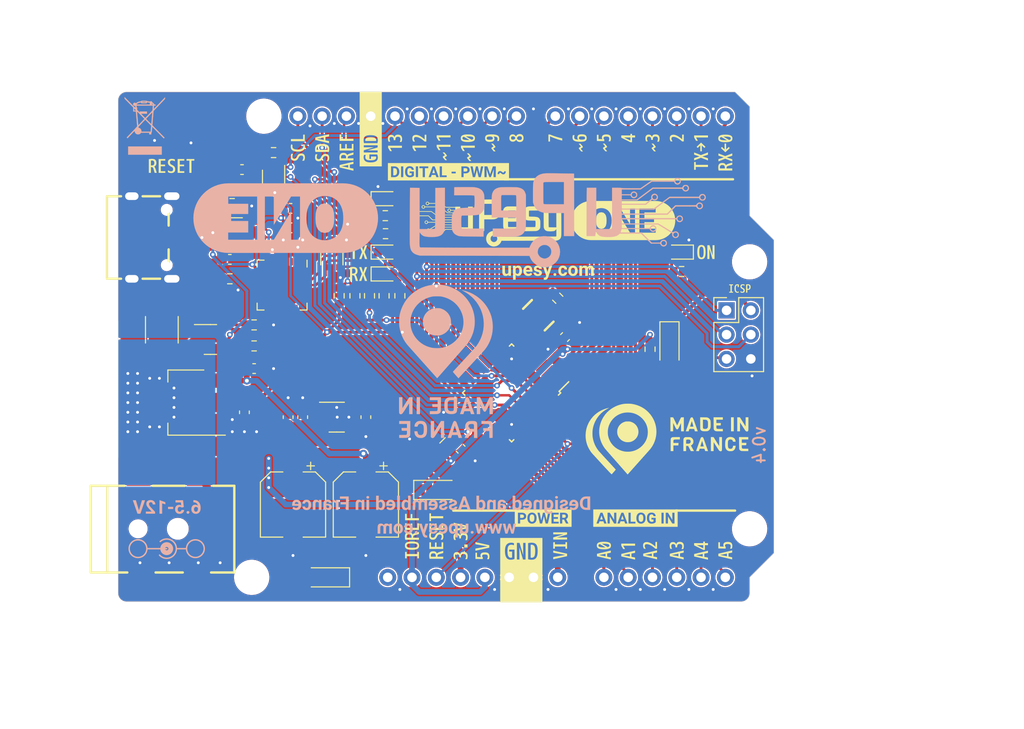
<source format=kicad_pcb>
(kicad_pcb (version 20221018) (generator pcbnew)
  (layers (0 "F.Cu" signal) (31 "B.Cu" signal) (34 "B.Paste" user) (35 "F.Paste" user) (36 "B.SilkS" user "B.Silkscreen") (37 "F.SilkS" user "F.Silkscreen") (38 "B.Mask" user) (39 "F.Mask" user) (44 "Edge.Cuts" user))
  (net 0 "")
  (net 1 "GND")
  (net 2 "VBUS")
  (net 3 "USB_D+")
  (net 4 "USB_D-")
  (net 5 "Net-(U7-AVCC)")
  (net 6 "Net-(CN1-VBUS-PadA4)")
  (net 7 "Net-(CN1-CC1)")
  (net 8 "IO2")
  (net 9 "IO0")
  (net 10 "IO4")
  (net 11 "IO5")
  (net 13 "Net-(CN1-CC2)")
  (net 15 "Net-(D2-A)")
  (net 16 "VIN")
  (net 17 "~{DTR}")
  (net 18 "~{CON RST}")
  (net 19 "AREF")
  (net 20 "Net-(D3-A)")
  (net 21 "VIN_EXT")
  (net 22 "Net-(D4-A)")
  (net 23 "IO1")
  (net 24 "Net-(D5-A)")
  (net 25 "Net-(D7-K)")
  (net 26 "+3V3")
  (net 27 "ADC_0")
  (net 28 "ADC_1")
  (net 29 "ADC_2")
  (net 30 "ADC_3")
  (net 31 "ADC_4{slash}SDA")
  (net 32 "ADC_5{slash}SCL")
  (net 33 "SCLK")
  (net 34 "MISO")
  (net 35 "MOSI")
  (net 36 "CS")
  (net 37 "IO9")
  (net 38 "IO8")
  (net 39 "IO7")
  (net 40 "IO6")
  (net 41 "IO3")
  (net 42 "USB_RX")
  (net 43 "Net-(D7-A)")
  (net 44 "USB_TX")
  (net 46 "Net-(Q1-G)")
  (net 47 "Net-(C11-Pad2)")
  (net 48 "Net-(R10-Pad1)")
  (net 49 "Net-(U7-XTAL2{slash}PB7)")
  (net 50 "Net-(U7-XTAL1{slash}PB6)")
  (net 61 "+5V")
  (net 66 "Net-(R4-Pad2)")
  (footprint "Resistor_SMD:R_0603_1608Metric" (layer "F.Cu") (at 105.924 100.196 -90)
    (fp_text reference "R11" hide)
    (fp_text value "2K")
  )
  (footprint "Capacitor_SMD:CP_Elec_6.3x5.4" (layer "F.Cu") (at 102.368 122.04 -90)
    (fp_text reference "C1" hide)
    (fp_text value "47u")
  )
  (footprint "Connector_PinSocket_2.54mm:PinSocket_1x08_P2.54mm_Vertical" (layer "F.Cu") (at 104.654 129.66 90)
    (fp_text reference "J2" hide)
    (fp_text value "POWER")
  )
  (footprint "Package_TO_SOT_SMD:SOT-23-5" (layer "F.Cu") (at 99.32 112.896)
    (fp_text reference "U4" hide)
    (fp_text value "ME6211C33M5G-N")
  )
  (footprint "upesy_ppl:DC-IN_DC050-T" (layer "F.Cu") (at 81.75 124.58)
    (fp_text reference "J1" hide)
    (fp_text value "Barrel_Jack_Switch")
  )
  (footprint "upesy_ppl:USB_C_C165948" (layer "F.Cu") (at 80.524 94.1 -90)
    (fp_text reference "CN1" hide)
    (fp_text value "USB_C_Receptacle_USB2.0")
  )
  (footprint "Package_TO_SOT_SMD:SOT-223-3_TabPin2" (layer "F.Cu") (at 83.572 111.372 180)
    (fp_text reference "U1" hide)
    (fp_text value "AMS1117-5.0")
  )
  (footprint "Capacitor_SMD:C_0603_1608Metric" (layer "F.Cu") (at 90.684 107.814)
    (fp_text reference "C2" hide)
    (fp_text value "100n")
  )
  (footprint "Capacitor_SMD:C_0603_1608Metric" (layer "F.Cu") (at 88.144 96.386 180)
    (fp_text reference "C4" hide)
    (fp_text value "100n")
  )
  (footprint "Capacitor_SMD:C_0603_1608Metric" (layer "F.Cu") (at 94.238 112.896 -90)
    (fp_text reference "C8" hide)
    (fp_text value "10u")
  )
  (footprint "Capacitor_SMD:C_0603_1608Metric" (layer "F.Cu") (at 99.828 89.02 180)
    (fp_text reference "C12" hide)
    (fp_text value "100n")
  )
  (footprint "Diode_SMD:D_SOD-123" (layer "F.Cu") (at 98.304 129.66 180)
    (fp_text reference "D2" hide)
    (fp_text value "MBR120LSF")
  )
  (footprint "LED_SMD:LED_0603_1608Metric" (layer "F.Cu") (at 135.134 95.624 180)
    (fp_text reference "D3" hide)
    (fp_text value "GREEN_LED")
  )
  (footprint "LED_SMD:LED_0603_1608Metric" (layer "F.Cu") (at 104.4 90.036)
    (fp_text reference "D4" hide)
    (fp_text value "YELLOW_LED")
  )
  (footprint "LED_SMD:LED_0603_1608Metric" (layer "F.Cu") (at 104.4 97.91)
    (fp_text reference "D7" hide)
    (fp_text value "YELLOW_LED")
  )
  (footprint "Resistor_SMD:R_1812_4532Metric" (layer "F.Cu") (at 81.032 103.752 -90)
    (fp_text reference "F1" hide)
    (fp_text value "MF-MSMF050-2")
  )
  (footprint "Resistor_SMD:R_0603_1608Metric" (layer "F.Cu") (at 88.381258 90.544)
    (fp_text reference "R1" hide)
    (fp_text value "5K1")
  )
  (footprint "Resistor_SMD:R_0603_1608Metric" (layer "F.Cu") (at 90.684 105.4425 180)
    (fp_text reference "R6" hide)
    (fp_text value "2K")
  )
  (footprint "Resistor_SMD:R_0603_1608Metric" (layer "F.Cu") (at 90.684 103.244 180)
    (fp_text reference "R8" hide)
    (fp_text value "10K")
  )
  (footprint "upesy_ppl:KEY-SMD_4P-L4.5-W4.5-P3.00-LS6.9" (layer "F.Cu") (at 82.048 82.416 180)
    (fp_text reference "SW1" hide)
    (fp_text value "SW_Push" hide)
  )
  (footprint "Package_QFP:TQFP-32_7x7mm_P0.8mm" (layer "F.Cu") (at 117.608 110.356 -135)
    (fp_text reference "U7" hide)
    (fp_text value "ATmega328PB-A")
  )
  (footprint "LED_SMD:LED_0603_1608Metric" (layer "F.Cu") (at 104.4 95.624)
    (fp_text reference "D5" hide)
    (fp_text value "YELLOW_LED")
  )
  (footprint "Diode_SMD:D_SOD-123" (layer "F.Cu") (at 109.734 120.516)
    (fp_text reference "D1" hide)
    (fp_text value "MBR120LSF")
  )
  (footprint "Capacitor_SMD:C_0603_1608Metric" (layer "F.Cu") (at 89.666 112.388 -90)
    (fp_text reference "C3" hide)
    (fp_text value "100n")
  )
  (footprint "kibuzzard-63D7D22A" (layer "F.Cu") (at 122.18 83.686 90)
    (fp_text reference "kibuzzard-63D7D22A" hide)
    (fp_text value "G***" hide)
  )
  (footprint "kibuzzard-63D7DF6C" (layer "F.Cu") (at 137.928 95.624)
    (fp_text reference "kibuzzard-63D7DF6C" hide)
    (fp_text value "G***" hide)
  )
  (footprint "Capacitor_SMD:C_0603_1608Metric" (layer "F.Cu") (at 95.762 112.896 90)
    (fp_text reference "C9" hide)
    (fp_text value "100n")
  )
  (footprint "Package_TO_SOT_SMD:SOT-363_SC-70-6" (layer "F.Cu") (at 92.716 87.75 -90)
    (fp_text reference "U3" hide)
    (fp_text value "74LVC2G34")
  )
  (footprint "MountingHole:MountingHole_3.2mm_M3_DIN965" (layer "F.Cu") (at 90.43 129.66)
    (fp_text reference "H4" hide)
    (fp_text value "MountingHole" hide)
  )
  (footprint "Resistor_SMD:R_0603_1608Metric" (layer "F.Cu") (at 102.749 100.196 -90)
    (fp_text reference "R13" hide)
    (fp_text value "1K")
  )
  (footprint "kibuzzard-63D7D238" (layer "F.Cu") (at 129.8 83.686 90)
    (fp_text reference "kibuzzard-63D7D238" hide)
    (fp_text value "G***" hide)
  )
  (footprint "Capacitor_SMD:C_0603_1608Metric" (layer "F.Cu") (at 123.196 104.514 -135)
    (fp_text reference "C14" hide)
    (fp_text value "100n")
  )
  (footprint "kibuzzard-63D7D84E" (layer "F.Cu") (at 113.036 84.702 90)
    (fp_text reference "kibuzzard-63D7D84E" hide)
    (fp_text value "G***" hide)
  )
  (footprint "kibuzzard-642FC77B" (layer "F.Cu") (at 129.292 92.322)
    (fp_text reference "kibuzzard-642FC77B" hide)
    (fp_text value "G***" hide)
  )
  (footprint "kibuzzard-63D7D183" (layer "F.Cu") (at 139.96 85.21 90)
    (fp_text reference "kibuzzard-63D7D183" hide)
    (fp_text value "G***" hide)
  )
  (footprint "kibuzzard-63D7D0D3" (layer "F.Cu") (at 127.26 126.866 90)
    (fp_text reference "kibuzzard-63D7D0D3" hide)
    (fp_text value "G***" hide)
  )
  (footprint "Resistor_SMD:R_0603_1608Metric" (layer "F.Cu") (at 135.388 97.656)
    (fp_text reference "R3" hide)
    (fp_text value "2K")
  )
  (footprint "kibuzzard-63D7D04D" (layer "F.Cu") (at 112.274 125.85 90)
    (fp_text reference "kibuzzard-63D7D04D" hide)
    (fp_text value "G***" hide)
  )
  (footprint "kibuzzard-63D7D845" (layer "F.Cu") (at 110.496 84.702 90)
    (fp_text reference "kibuzzard-63D7D845" hide)
    (fp_text value "G***" hide)
  )
  (footprint "kibuzzard-63D7D1B7" (layer "F.Cu") (at 137.42 85.21 90)
    (fp_text reference "kibuzzard-63D7D1B7" hide)
    (fp_text value "G***" hide)
  )
  (footprint "Connector_PinHeader_2.54mm:PinHeader_2x03_P2.54mm_Vertical" (layer "F.Cu") (at 140.087 101.72)
    (fp_text reference "J6" hide)
    (fp_text value "ISCP")
  )
  (footprint "MountingHole:MountingHole_3.2mm_M3_DIN965" (layer "F.Cu") (at 142.5 124.58)
    (fp_text reference "H3" hide)
    (fp_text value "MountingHole" hide)
  )
  (footprint "kibuzzard-63D7D81F" (layer "F.Cu") (at 111.004 87.2166)
    (fp_text reference "kibuzzard-63D7D81F" hide)
    (fp_text value "G***" hide)
  )
  (footprint "kibuzzard-63D7D01F" (layer "F.Cu") (at 109.734 125.342 90)
    (fp_text reference "kibuzzard-63D7D01F" hide)
    (fp_text value "G***" hide)
  )
  (footprint "kibuzzard-63D7D00B" (layer "F.Cu") (at 107.194 125.342 90)
    (fp_text reference "kibuzzard-63D7D00B" hide)
    (fp_text value "G***" hide)
  )
  (footprint "kibuzzard-63D7D2CB" (layer "F.Cu") (at 127.26 84.194 90)
    (fp_text reference "kibuzzard-63D7D2CB" hide)
    (fp_text value "G***" hide)
  )
  (footprint "Connector_PinSocket_2.54mm:PinSocket_1x08_P2.54mm_Vertical" (layer "F.Cu") (at 122.18 81.4 90)
    (fp_text reference "J5" hide)
    (fp_text value "DIGITAL_0")
  )
  (footprint "Resistor_SMD:R_0603_1608Metric" (layer "F.Cu") (at 99.574 100.196 -90)
    (fp_text reference "R10" hide)
    (fp_text value "1M")
  )
  (footprint "kibuzzard-6464A8D9" (layer "F.Cu") (at 141.484 99.434)
    (fp_text reference "kibuzzard-6464A8D9" hide)
    (fp_text value "G***" hide)
  )
  (footprint "kibuzzard-63D7D2D1" (layer "F.Cu") (at 124.72 84.194 90)
    (fp_text reference "kibuzzard-63D7D2D1" hide)
    (fp_text value "G***" hide)
  )
  (footprint "kibuzzard-63D7D0F8" (layer "F.Cu") (at 137.42 126.866 90)
    (fp_text reference "kibuzzard-63D7D0F8" hide)
    (fp_text value "G***" hide)
  )
  (footprint "kibuzzard-63D7DCFF" (layer "F.Cu") (at 101.606 95.624)
    (fp_text reference "kibuzzard-63D7DCFF" hide)
    (fp_text value "G***" hide)
  )
  (footprint "kibuzzard-63D7D69A" (layer "F.Cu") (at 120.91 123.4624)
    (fp_text reference "kibuzzard-63D7D69A" hide)
    (fp_text value "G***" hide)
  )
  (footprint "Capacitor_SMD:C_0603_1608Metric" (layer "F.Cu") (at 102.368 112.896 90)
    (fp_text reference "C10" hide)
    (fp_text value "10u")
  )
  (footprint "Connector_PinSocket_2.54mm:PinSocket_1x06_P2.54mm_Vertical" (layer "F.Cu") (at 127.26 129.66 90)
    (fp_text reference "J3" hide)
    (fp_text value "ANALOG")
  )
  (footprint "kibuzzard-63DA85A6" (layer "F.Cu") (at 129.8 126.9676 90)
    (fp_text reference "kibuzzard-63DA85A6" hide)
    (fp_text value "G***" hide)
  )
  (footprint "Package_TO_SOT_SMD:SOT-23-6" (layer "F.Cu") (at 88.652 93.592 180)
    (fp_text reference "U2" hide)
    (fp_text value "USBLC6-2SC6")
  )
  (footprint "kibuzzard-63D7D3C4" (layer "F.Cu") (at 97.796 84.702 90)
    (fp_text reference "kibuzzard-63D7D3C4" hide)
    (fp_text value "G***" hide)
  )
  (footprint "kibuzzard-63D7DFCE" (layer "F.Cu") (at 121.418 97.783)
    (fp_text reference "kibuzzard-63D7DFCE" hide)
    (fp_text value "G***" hide)
  )
  (footprint "Resistor_SMD:R_0603_1608Metric" (layer "F.Cu") (at 104.4 91.814 180)
    (fp_text reference "R4" hide)
    (fp_text value "2K")
  )
  (footprint "Package_TO_SOT_SMD:SOT-363_SC-70-6" (layer "F.Cu") (at 98.812 96.259 -90)
    (fp_text reference "U6" hide)
    (fp_text value "74LVC2G34")
  )
  (footprint "Resistor_SMD:R_0603_1608Metric" (layer "F.Cu") (at 101.225 100.196 -90)
    (fp_text reference "R12" hide)
    (fp_text value "1K")
  )
  (footprint "kibuzzard-63D7D772" (layer "F.Cu") (at 130.562 123.4624)
    (fp_text reference "kibuzzard-63D7D772" hide)
    (fp_text value "G***" hide)
  )
  (footprint "Diode_SMD:D_SOD-123" (layer "F.Cu") (at 134.118 105.276 -90)
    (fp_text reference "D6" hide)
    (fp_text value "1N4148W")
  )
  (footprint "Resistor_SMD:R_0603_1608Metric" (layer "F.Cu") (at 88.144 98.418)
    (fp_text reference "R2" hide)
    (fp_text value "5K1")
  )
  (footprint "upesy_ppl:logo_small" (layer "F.Cu") (at 114.870336 91.955254)
    (fp_text reference "G***" hide)
    (fp_text value "LOGO" hide)
  )
  (footprint "Capacitor_SMD:C_0603_1608Metric" (layer "F.Cu") (at 112.274 116.198 -45)
    (fp_text reference "C13" hide)
    (fp_text value "100n")
  )
  (footprint "upesy_ppl:OSC-SMD_3P-L3.2-W1.3-P0.95-L" (layer "F.Cu") (at 120.402 102.228 -45)
    (fp_text reference "Y1" hide)
    (fp_text value "CSTCE16M0V53-R0")
  )
  (footprint "kibuzzard-63D7DD21" (layer "F.Cu") (at 101.606 97.91)
    (fp_text reference "kibuzzard-63D7DD21" hide)
    (fp_text value "G***" hide)
  )
  (footprint "Capacitor_SMD:C_0603_1608Metric" (layer "F.Cu") (at 94.494 93.084 180)
    (fp_text reference "C6" hide)
    (fp_text value "100n")
  )
  (footprint "kibuzzard-643009C9" (layer "F.Cu") (at 118.624 128.91)
    (fp_text reference "kibuzzard-643009C9" hide)
    (fp_text value "G***" hide)
  )
  (footprint "kibuzzard-63D7DA83" (layer "F.Cu") (at 102.114 90.036)
    (fp_text reference "kibuzzard-63D7DA83" hide)
    (fp_text value "G***" hide)
  )
  (footprint "kibuzzard-63D7D0E6" (layer "F.Cu") (at 132.086 126.866 90)
    (fp_text reference "kibuzzard-63D7D0E6" hide)
    (fp_text value "G***" hide)
  )
  (footprint "Connector_PinSocket_2.54mm:PinSocket_1x10_P2.54mm_Vertical" (layer "F.Cu") (at 95.256 81.4 90)
    (fp_text reference "J4" hide)
    (fp_text value "DIGITAL_1")
  )
  (footprint "Capacitor_SMD:C_0603_1608Metric" (layer "F.Cu") (at 94.494 91.052)
    (fp_text reference "C7" hide)
    (fp_text value "10u")
  )
  (footprint "kibuzzard-63D7D324" (layer "F.Cu") (at 107.956 84.194 90)
    (fp_text reference "kibuzzard-63D7D324" hide)
    (fp_text value "G***" hide)
  )
  (footprint "kibuzzard-63D7D3AA" (layer "F.Cu") (at 100.336 85.21 90)
    (fp_text reference "kibuzzard-63D7D3AA" hide)
    (fp_text value "G***" hide)
  )
  (footprint "Resistor_SMD:R_0603_1608Metric" (layer "F.Cu") (at 104.425 93.698)
    (fp_text reference "R16" hide)
    (fp_text value "1M")
  )
  (footprint "Resistor_SMD:R_0603_1608Metric" (layer "F.Cu") (at 122.434 100.45 -45)
    (fp_text reference "R14" hide)
    (fp_text value "1M")
  )
  (footprint "kibuzzard-63D7D1D2" (layer "F.Cu") (at 134.88 83.686 90)
    (fp_text reference "kibuzzard-63D7D1D2" hide)
    (fp_text value "G***" hide)
  )
  (footprint "Resistor_SMD:R_0603_1608Metric" (layer "F.Cu") (at 104.273 100.196 -90)
    (fp_text reference "R7" hide)
    (fp_text value "2K")
  )
  (footprint "kibuzzard-63D7D199" (layer "F.Cu") (at 139.96 126.866 90)
    (fp_text reference "kibuzzard-63D7D199" hide)
    (fp_text value "G***" hide)
  )
  (footprint "upesy_ppl:logo_mif_line_medium" (layer "F.Cu") (at 133.864 115.182)
    (fp_text reference "G***" hide)
    (fp_text value "LOGO" hide)
  )
  (footprint "kibuzzard-63D7D852" (layer "F.Cu") (at 115.576 84.194 90)
    (fp_text reference "kibuzzard-63D7D852" hide)
    (fp_text value "G***" hide)
  )
  (footprint "kibuzzard-63D7D2F8" (layer "F.Cu") (at 118.116 83.686 90)
    (fp_text reference "kibuzzard-63D7D2F8" hide)
    (fp_text value "G***" hide)
  )
  (footprint "Inductor_SMD:L_0805_2012Metric" (layer "F.Cu") (at 109.988 114.928 -135)
    (fp_text reference "L1" hide)
    (fp_text value "CMI201209X100KT")
  )
  (footprint "kibuzzard-63D7D060" (layer "F.Cu") (at 114.56 126.866 90)
    (fp_text reference "kibuzzard-63D7D060" hide)
    (fp_text value "G***" hide)
  )
  (footprint "MountingHole:MountingHole_3.2mm_M3_DIN965" (layer "F.Cu") (at 142.5 96.64)
    (fp_text reference "H2" hide)
    (fp_text value "MountingHole" hide)
  )
  (footprint "kibuzzard-63D7D2C3" (layer "F.Cu") (at 132.34 84.194 90)
    (fp_text reference "kibuzzard-63D7D2C3" hide)
    (fp_text value "G***" hide)
  )
  (footprint "Capacitor_SMD:CP_Elec_6.3x5.4" (layer "F.Cu") (at 94.748 122.04 -90)
    (fp_text reference "C5" hide)
    (fp_text value "47u")
  )
  (footprint "kibuzzard-63D7D0F3" (layer "F.Cu") (at 134.88 126.866 90)
    (fp_text reference "kibuzzard-63D7D0F3" hide)
    (fp_text value "G***" hide)
  )
  (footprint "kibuzzard-63D7D32A" (layer "F.Cu") (at 105.416 84.194 90)
    (fp_text reference "kibuzzard-63D7D32A" hide)
    (fp_text value "G***" hide)
  )
  (footprint "kibuzzard-63DA865D" (layer "F.Cu") (at 82.048 86.607)
    (fp_text reference "kibuzzard-63DA865D" hide)
    (fp_text value "G***" hide)
  )
  (footprint "upesy_ppl:CP2102-GMR" (layer "F.Cu") (at 93.605 99.076 -90)
    (fp_text reference "U5" hide)
    (fp_text value "CP2102-GMR")
  )
  (footprint "MountingHole:MountingHole_3.2mm_M3_DIN965" (layer "F.Cu") (at 91.7 81.4)
    (fp_text reference "H1" hide)
    (fp_text value "MountingHole" hide)
  )
  (footprint "Capacitor_SMD:C_0603_1608Metric" (layer "F.Cu") (at 89.414 86.988)
    (fp_text reference "C11" hide)
    (fp_text value "100n")
  )
  (footprint "kibuzzard-63D7D3CA" (layer "F.Cu") (at 95.256 84.702 90)
    (fp_text reference "kibuzzard-63D7D3CA" hide)
    (fp_text value "G***" hide)
  )
  (footprint "kibuzzard-63D7D0BF" (layer "F.Cu") (at 122.688 126.358 90)
    (fp_text reference "kibuzzard-63D7D0BF" hide)
    (fp_text value "G***" hide)
  )
  (footprint "Resistor_SMD:R_0603_1608Metric" (layer "F.Cu") (at 92.716 85.21)
    (fp_text reference "R5" hide)
    (fp_text value "1K")
  )
  (footprint "Resistor_SMD:R_0603_1608Metric" (layer "F.Cu") (at 132.086 105.784 90)
    (fp_text reference "R9" hide)
    (fp_text value "10K")
  )
  (footprint "kibuzzard-64300AB8" (layer "F.Cu") (at 102.876 82.7462 90)
    (fp_text reference "kibuzzard-64300AB8" hide)
    (fp_text value "G***" hide)
  )
  (footprint "Package_TO_SOT_SMD:SOT-23" (layer "F.Cu") (at 86.112 104.768)
    (fp_text reference "Q1" hide)
    (fp_text value "Q_PMOS_DSG")
  )
  (footprint "upesy_ppl:logo_medium" (layer "B.Cu") (at 122.82933 91.052 180)
    (fp_text reference "G***" hide)
    (fp_text value "LOGO" hide)
  )
  (footprint "Symbol:Symbol_Barrel_Polarity" (layer "B.Cu") (at 81.54 126.583 180)
    (fp_text reference "REF**" hide)
    (fp_text value "Symbol_Barrel_Polarity")
  )
  (footprint "kibuzzard-642FC531" (layer "B.Cu") (at 110.242 123.31 180)
    (fp_text reference "kibuzzard-642FC531" hide)
    (fp_text value "G***" hide)
  )
  (footprint "Symbol:WEEE-Logo_4.2x6mm_SilkScreen" (layer "B.Cu") (at 79.254 82.416 180)
    (fp_text reference "REF**" hide)
    (fp_text value "WEEE-Logo_4.2x6mm_SilkScreen" hide)
  )
  (footprint "kibuzzard-6411EABE" (layer "B.Cu") (at 81.54 122.294 180)
    (fp_text reference "kibuzzard-6411EABE" hide)
    (fp_text value "G***" hide)
  )
  (footprint "upesy_ppl:logo_mif_block_large" (layer "B.Cu") (at 110.75 107.054 180)
    (fp_text reference "G***" hide)
    (fp_text value "LOGO" hide)
  )
  (footprint "kibuzzard-642FC67E" (layer "B.Cu") (at 93.986 92.068 180)
    (fp_text reference "kibuzzard-642FC67E" hide)
    (fp_text value "G***" hide)
  )
  (gr_line (start 140.7601 88.004) (end 116.846 88.004) (stroke (width 0.25)) (layer "F.SilkS"))
  (gr_line (start 140.976 122.675) (end 134.8038 122.675) (stroke (width 0.25)) (layer "F.SilkS"))
  (gr_line (start 118.116 122.675) (end 111.512 122.675) (stroke (width 0.25)) (layer "F.SilkS"))
  (gr_line (start 77.349 132.2) (end 141.611 132.2) (stroke (width 0.0381)) (layer "Edge.Cuts"))
  (gr_arc (start 142.5 131.311) (mid 142.239618 131.939618) (end 141.611 132.2) (stroke (width 0.0381)) (layer "Edge.Cuts"))
  (gr_line (start 140.976 78.86) (end 142.5 80.384) (stroke (width 0.0381)) (layer "Edge.Cuts"))
  (gr_arc (start 77.349 132.2) (mid 76.720382 131.939618) (end 76.46 131.311) (stroke (width 0.0381)) (layer "Edge.Cuts"))
  (gr_line (start 76.46 131.311) (end 76.46 79.749) (stroke (width 0.0381)) (layer "Edge.Cuts"))
  (gr_line (start 142.5 91.814) (end 145.04 94.354) (stroke (width 0.0381)) (layer "Edge.Cuts"))
  (gr_line (start 142.5 129.66) (end 142.5 131.311) (stroke (width 0.0381)) (layer "Edge.Cuts"))
  (gr_line (start 77.349 78.86) (end 140.976 78.86) (stroke (width 0.0381)) (layer "Edge.Cuts"))
  (gr_line (start 142.5 80.384) (end 142.5 91.814) (stroke (width 0.0381)) (layer "Edge.Cuts"))
  (gr_line (start 142.5 129.66) (end 145.04 127.12) (stroke (width 0.0381)) (layer "Edge.Cuts"))
  (gr_line (start 145.04 127.12) (end 145.04 94.354) (stroke (width 0.0381)) (layer "Edge.Cuts"))
  (gr_arc (start 76.46 79.749) (mid 76.720382 79.120382) (end 77.349 78.86) (stroke (width 0.0381)) (layer "Edge.Cuts"))
  (gr_text "v0.4" (at 143.516 115.817 90) (layer "B.SilkS") (effects (font (size 1.25 1.25) (thickness 0.2)) (justify mirror)))
  (segment (start 94.113 96.268987) (end 94.105 96.276987) (width 0.25) (layer "F.Cu") (net 1))
  (segment (start 94.105 96.276987) (end 94.105 97.775) (width 0.25) (layer "F.Cu") (net 1))
  (segment (start 94.105 97.775) (end 94.748 98.418) (width 0.25) (layer "F.Cu") (net 1))
  (segment (start 78.71 130.33) (end 84.54 130.33) (width 0.6) (layer "F.Cu") (net 1))
  (segment (start 84.54 130.33) (end 84.57 130.3) (width 0.6) (layer "F.Cu") (net 1))
  (via (at 105.924 130.93) (size 0.6) (drill 0.3) (layers "F.Cu" "B.Cu") (net 1))
  (via (at 136.15 130.93) (size 0.6) (drill 0.3) (layers "F.Cu" "B.Cu") (net 1))
  (via (at 93.732 94.354) (size 0.6) (drill 0.3) (layers "F.Cu" "B.Cu") (net 1))
  (via (at 119.894 80.638) (size 0.6) (drill 0.3) (layers "F.Cu" "B.Cu") (net 1))
  (via (at 101.606 82.162) (size 0.6) (drill 0.3) (layers "F.Cu" "B.Cu") (net 1))
  (via (at 99.3708 112.896) (size 0.6) (drill 0.3) (layers "F.Cu" "B.Cu") (net 1))
  (via (at 85.223 94.1) (size 0.6) (drill 0.3) (layers "F.Cu" "B.Cu") (net 1))
  (via (at 142.754 108.578) (size 0.6) (drill 0.3) (layers "F.Cu" "B.Cu") (net 1))
  (via (at 94.24 110.864) (size 0.6) (drill 0.3) (layers "F.Cu" "B.Cu") (net 1))
  (via (at 95.764 110.864) (size 0.6) (drill 0.3) (layers "F.Cu" "B.Cu") (net 1))
  (via (at 84.842 128.136) (size 0.6) (drill 0.3) (layers "F.Cu" "B.Cu") (net 1))
  (via (at 113.798 117.468) (size 0.6) (drill 0.3) (layers "F.Cu" "B.Cu") (net 1))
  (via (at 116.846 80.638) (size 0.6) (drill 0.3) (layers "F.Cu" "B.Cu") (net 1))
  (via (at 128.53 80.638) (size 0.6) (drill 0.3) (layers "F.Cu" "B.Cu") (net 1))
  (via (at 87.128 128.136) (size 0.6) (drill 0.3) (layers "F.Cu" "B.Cu") (net 1))
  (via (at 115.83 130.93) (size 0.6) (drill 0.3) (layers "F.Cu" "B.Cu") (net 1))
  (via (at 103.638 88.766) (size 0.6) (drill 0.3) (layers "F.Cu" "B.Cu") (net 1))
  (via (at 99.701 98.291) (size 0.6) (drill 0.3) (layers "F.Cu" "B.Cu") (net 1))
  (via (at 88.398 114.42) (size 0.6) (drill 0.3) (layers "F.Cu" "B.Cu") (net 1))
  (via (at 117.608 113.658) (size 0.6) (drill 0.3) (layers "F.Cu" "B.Cu") (net 1))
  (via (at 95.256 92.068) (size 0.6) (drill 0.3) (layers "F.Cu" "B.Cu") (net 1))
  (via (at 95.256 95.116) (size 0.6) (drill 0.3) (layers "F.Cu" "B.Cu") (net 1))
  (via (at 121.418 105.784) (size 0.6) (drill 0.3) (layers "F.Cu" "B.Cu") (net 1))
  (via (at 96.526 82.416) (size 0.6) (drill 0.3) (layers "F.Cu" "B.Cu") (net 1))
  (via (at 80.27 83.94) (size 0.6) (drill 0.3) (layers "F.Cu" "B.Cu") (net 1))
  (via (at 117.608 106.8) (size 0.6) (drill 0.3) (layers "F.Cu" "B.Cu") (net 1))
  (via (at 90.938 114.42) (size 0.6) (drill 0.3) (layers "F.Cu" "B.Cu") (net 1))
  (via (at 125.99 80.638) (size 0.6) (drill 0.3) (layers "F.Cu" "B.Cu") (net 1))
  (via (at 106.178 104.006) (size 0.6) (drill 0.3) (layers "F.Cu" "B.Cu") (net 1))
  (via (at 102.368 127.374) (size 0.6) (drill 0.3) (layers "F.Cu" "B.Cu") (net 1))
  (via (at 128.53 130.93) (size 0.6) (drill 0.3) (layers "F.Cu" "B.Cu") (net 1))
  (via (at 124.72 102.99) (size 0.6) (drill 0.3) (layers "F.Cu" "B.Cu") (net 1))
  (via (at 138.69 80.638) (size 0.6) (drill 0.3) (layers "F.Cu" "B.Cu") (net 1))
  (via (at 138.69 130.93) (size 0.6) (drill 0.3) (layers "F.Cu" "B.Cu") (net 1))
  (via (at 78.746 128.136) (size 0.6) (drill 0.3) (layers "F.Cu" "B.Cu") (net 1))
  (via (at 136.15 94.354) (size 0.6) (drill 0.3) (layers "F.Cu" "B.Cu") (net 1))
  (via (at 136.15 80.638) (size 0.6) (drill 0.3) (layers "F.Cu" "B.Cu") (net 1))
  (via (at 90.43 90.798) (size 0.6) (drill 0.3) (layers "F.Cu" "B.Cu") (net 1))
  (via (at 84.08 84.194) (size 0.6) (drill 0.3) (layers "F.Cu" "B.Cu") (net 1))
  (via (at 123.5516 80.638) (size 0.6) (drill 0.3) (layers "F.Cu" "B.Cu") (net 1))
  (via (at 111.766 80.638) (size 0.6) (drill 0.3) (layers "F.Cu" "B.Cu") (net 1))
  (via (at 109.226 80.638) (size 0.6) (drill 0.3) (layers "F.Cu" "B.Cu") (net 1))
  (via (at 131.07 80.638) (size 0.6) (drill 0.3) (layers "F.Cu" "B.Cu") (net 1))
  (via (at 88.398 113.15) (size 0.6) (drill 0.3) (layers "F.Cu" "B.Cu") (net 1))
  (via (at 100.59 112.896) (size 0.6) (drill 0.3) (layers "F.Cu" "B.Cu") (net 1))
  (via (at 94.748 127.374) (size 0.6) (drill 0.3) (layers "F.Cu" "B.Cu") (net 1))
  (via (at 92.716 103.244) (size 0.6) (drill 0.3) (layers "F.Cu" "B.Cu") (net 1))
  (via (at 89.668 114.42) (size 0.6) (drill 0.3) (layers "F.Cu" "B.Cu") (net 1))
  (via (at 104.146 82.162) (size 0.6) (drill 0.3) (layers "F.Cu" "B.Cu") (net 1))
  (via (at 106.686 80.638) (size 0.6) (drill 0.3) (layers "F.Cu" "B.Cu") (net 1))
  (via (at 110.496 112.388) (size 0.6) (drill 0.3) (layers "F.Cu" "B.Cu") (net 1))
  (via (at 106.94 115.182) (size 0.6) (drill 0.3) (layers "F.Cu" "B.Cu") (net 1))
  (via (at 131.07 130.93) (size 0.6) (drill 0.3) (layers "F.Cu" "B.Cu") (net 1))
  (via (at 99.32 111.88) (size 0.6) (drill 0.3) (layers "F.Cu" "B.Cu") (net 1))
  (via (at 89.004231 99.589769) (size 0.6) (drill 0.3) (layers "F.Cu" "B.Cu") (net 1))
  (via (at 121.418 130.93) (size 0.6) (drill 0.3) (layers "F.Cu" "B.Cu") (net 1))
  (via (at 102.368 114.928) (size 0.6) (drill 0.3) (layers "F.Cu" "B.Cu") (net 1))
  (via (at 133.61 130.93) (size 0.6) (drill 0.3) (layers "F.Cu" "B.Cu") (net 1))
  (via (at 133.61 80.638) (size 0.6) (drill 0.3) (layers "F.Cu" "B.Cu") (net 1))
  (via (at 92.716 107.816) (size 0.6) (drill 0.3) (layers "F.Cu" "B.Cu") (net 1))
  (via (at 99.066 82.162) (size 0.6) (drill 0.3) (layers "F.Cu" "B.Cu") (net 1))
  (via (at 81.794 128.136) (size 0.6) (drill 0.3) (layers "F.Cu" "B.Cu") (net 1))
  (via (at 114.306 80.638) (size 0.6) (drill 0.3) (layers "F.Cu" "B.Cu") (net 1))
  (segment (start 88.144 104.26) (end 88.144 104.514) (width 0.3) (layer "F.Cu") (net 2))
  (segment (start 87.5145 93.592) (end 86.366 93.592) (width 0.3) (layer "F.Cu") (net 2))
  (segment (start 87.89 104.768) (end 87.0495 104.768) (width 0.3) (layer "F.Cu") (net 2))
  (segment (start 83.2125 105.8895) (end 84.334 104.768) (width 0.6) (layer "F.Cu") (net 2))
  (segment (start 93.719 91.827) (end 93.719 91.052) (width 0.3) (layer "F.Cu") (net 2))
  (segment (start 93.491 92.055) (end 93.719 91.827) (width 0.3) (layer "F.Cu") (net 2))
  (segment (start 92.091 96.64) (end 92.105 96.626) (width 0.3) (layer "F.Cu") (net 2))
  (segment (start 88.144 104.514) (end 87.89 104.768) (width 0.3) (layer "F.Cu") (net 2))
  (segment (start 86.366 95.878) (end 86.874 96.386) (width 0.3) (layer "F.Cu") (net 2))
  (segment (start 93.491 92.055) (end 93.719 92.283) (width 0.3) (layer "F.Cu") (net 2))
  (segment (start 90.775 96.64) (end 92.091 96.64) (width 0.3) (layer "F.Cu") (net 2))
  (segment (start 93.719 92.283) (end 93.719 92.83) (width 0.3) (layer "F.Cu") (net 2))
  (segment (start 81.032 105.8895) (end 83.2125 105.8895) (width 0.6) (layer "F.Cu") (net 2))
  (segment (start 90.497 96.918) (end 90.775 96.64) (width 0.3) (layer "F.Cu") (net 2))
  (segment (start 86.874 96.386) (end 87.369 96.386) (width 0.3) (layer "F.Cu") (net 2))
  (segment (start 84.334 104.768) (end 87.0495 104.768) (width 0.6) (layer "F.Cu") (net 2))
  (segment (start 90.497 96.918) (end 91.155 97.576) (width 0.3) (layer "F.Cu") (net 2))
  (via (at 93.491 92.055) (size 0.6) (drill 0.3) (layers "F.Cu" "B.Cu") (net 2))
  (via (at 90.497 96.918) (size 0.6) (drill 0.3) (layers "F.Cu" "B.Cu") (net 2))
  (via (at 86.366 93.592) (size 0.6) (drill 0.3) (layers "F.Cu" "B.Cu") (net 2))
  (via (at 88.144 104.26) (size 0.6) (drill 0.3) (layers "F.Cu" "B.Cu") (net 2))
  (via (at 86.366 95.878) (size 0.6) (drill 0.3) (layers "F.Cu" "B.Cu") (net 2))
  (segment (start 87.636 96.894) (end 87.382 97.148) (width 0.3) (layer "B.Cu") (net 2))
  (segment (start 89.922 102.482) (end 89.922 99.688) (width 0.3) (layer "B.Cu") (net 2))
  (segment (start 90.938 93.084) (end 90.938 96.477) (width 0.3) (layer "B.Cu") (net 2))
  (segment (start 93.491 92.055) (end 91.967 92.055) (width 0.3) (layer "B.Cu") (net 2))
  (segment (start 86.366 95.878) (end 86.366 93.592) (width 0.3) (layer "B.Cu") (net 2))
  (segment (start 91.967 92.055) (end 90.938 93.084) (width 0.3) (layer "B.Cu") (net 2))
  (segment (start 90.938 96.477) (end 90.497 96.918) (width 0.3) (layer "B.Cu") (net 2))
  (segment (start 90.473 96.894) (end 87.636 96.894) (width 0.3) (layer "B.Cu") (net 2))
  (segment (start 90.497 96.918) (end 90.473 96.894) (width 0.3) (layer "B.Cu") (net 2))
  (segment (start 88.144 104.26) (end 89.922 102.482) (width 0.3) (layer "B.Cu") (net 2))
  (segment (start 87.382 97.148) (end 89.922 99.688) (width 0.3) (layer "B.Cu") (net 2))
  (segment (start 89.922 99.688) (end 86.366 96.132) (width 0.3) (layer "B.Cu") (net 2))
  (segment (start 86.366 96.132) (end 86.366 95.878) (width 0.3) (layer "B.Cu") (net 2))
  (segment (start 92.843 94.481) (end 93.605 95.243) (width 0.25) (layer "F.Cu") (net 3))
  (segment (start 89.7895 94.542) (end 89.8555 94.608) (width 0.25) (layer "F.Cu") (net 3))
  (segment (start 83.144 94.85) (end 87.2065 94.85) (width 0.3) (layer "F.Cu") (net 3))
  (segment (start 82.302 93.846) (end 83.14 93.846) (width 0.3) (layer "F.Cu") (net 3))
  (segment (start 90.43 94.608) (end 90.557 94.481) (width 0.25) (layer "F.Cu") (net 3))
  (segment (start 90.557 94.481) (end 92.843 94.481) (width 0.25) (layer "F.Cu") (net 3))
  (segment (start 87.2065 94.85) (end 87.5145 94.542) (width 0.3) (layer "F.Cu") (net 3))
  (segment (start 82.048 94.1) (end 82.302 93.846) (width 0.3) (layer "F.Cu") (net 3))
  (segment (start 82.294 94.85) (end 82.048 94.604) (width 0.3) (layer "F.Cu") (net 3))
  (segment (start 83.14 93.846) (end 83.144 93.85) (width 0.3) (layer "F.Cu") (net 3))
  (segment (start 89.8555 94.608) (end 90.43 94.608) (width 0.25) (layer "F.Cu") (net 3))
  (segment (start 93.605 95.243) (end 93.605 96.626) (width 0.25) (layer "F.Cu") (net 3))
  (segment (start 83.144 94.85) (end 82.294 94.85) (width 0.3) (layer "F.Cu") (net 3))
  (segment (start 82.048 94.604) (end 82.048 94.1) (width 0.3) (layer "F.Cu") (net 3))
  (segment (start 83.144 93.34) (end 84.336 93.34) (width 0.3) (layer "F.Cu") (net 4))
  (segment (start 85.094 93.34) (end 85.792 92.642) (width 0.3) (layer "F.Cu") (net 4))
  (segment (start 84.094 94.34) (end 84.336 94.098) (width 0.3) (layer "F.Cu") (net 4))
  (segment (start 84.336 93.34) (end 85.094 93.34) (width 0.3) (layer "F.Cu") (net 4))
  (segment (start 91.3045 92.642) (end 89.7895 92.642) (width 0.25) (layer "F.Cu") (net 4))
  (segment (start 93.105 95.886) (end 93.105 96.626) (width 0.25) (layer "F.Cu") (net 4))
  (segment (start 84.336 94.098) (end 84.336 93.34) (width 0.3) (layer "F.Cu") (net 4))
  (segment (start 85.792 92.642) (end 87.5145 92.642) (width 0.3) (layer "F.Cu") (net 4))
  (segment (start 83.144 94.34) (end 84.094 94.34) (width 0.3) (layer "F.Cu") (net 4))
  (segment (start 92.208 93.5455) (end 91.3045 92.642) (width 0.25) (layer "F.Cu") (net 4))
  (segment (start 92.589 95.37) (end 93.105 95.886) (width 0.25) (layer "F.Cu") (net 4))
  (via (at 92.589 95.37) (size 0.6) (drill 0.3) (layers "F.Cu" "B.Cu") (net 4))
  (via (at 92.208 93.5455) (size 0.6) (drill 0.3) (layers "F.Cu" "B.Cu") (net 4))
  (segment (start 92.208 94.989) (end 92.208 93.5455) (width 0.25) (layer "B.Cu") (net 4))
  (segment (start 92.589 95.37) (end 92.208 94.989) (width 0.25) (layer "B.Cu") (net 4))
  (segment (start 113.188583 111.94699) (end 112.96901 111.94699) (width 0.3) (layer "F.Cu") (net 5))
  (segment (start 110.739301 114.176699) (end 111.725992 115.16339) (width 0.3) (layer "F.Cu") (net 5))
  (segment (start 111.725992 115.16339) (end 111.725992 115.649992) (width 0.3) (layer "F.Cu") (net 5))
  (segment (start 112.96901 111.94699) (end 110.544847 114.371153) (width 0.3) (layer "F.Cu") (net 5))
  (segment (start 110.739301 114.176699) (end 110.544847 114.371153) (width 0.3) (layer "F.Cu") (net 5))
  (segment (start 83.144 96.5) (end 82.334 96.5) (width 0.4) (layer "F.Cu") (net 6))
  (segment (start 84.207 96.4876) (end 83.8 96.4876) (width 0.6) (layer "F.Cu") (net 6))
  (segment (start 81.413 95.579) (end 81.413 92.703) (width 0.4) (layer "F.Cu") (net 6))
  (segment (start 81.413 92.703) (end 82.416 91.7) (width 0.4) (layer "F.Cu") (net 6))
  (segment (start 81.032 101.6145) (end 82.9155 101.6145) (width 0.6) (layer "F.Cu") (net 6))
  (segment (start 84.842 99.688) (end 84.842 97.1226) (width 0.6) (layer "F.Cu") (net 6))
  (segment (start 82.9155 101.6145) (end 84.842 99.688) (width 0.6) (layer "F.Cu") (net 6))
  (segment (start 82.416 91.7) (end 83.144 91.7) (width 0.4) (layer "F.Cu") (net 6))
  (segment (start 84.842 97.1226) (end 84.207 96.4876) (width 0.6) (layer "F.Cu") (net 6))
  (segment (start 82.334 96.5) (end 81.413 95.579) (width 0.4) (layer "F.Cu") (net 6))
  (segment (start 84.314 92.85) (end 86.62 90.544) (width 0.3) (layer "F.Cu") (net 7))
  (segment (start 83.144 92.85) (end 84.314 92.85) (width 0.3) (layer "F.Cu") (net 7))
  (segment (start 86.62 90.544) (end 87.556258 90.544) (width 0.3) (layer "F.Cu") (net 7))
  (segment (start 128.276 89.782) (end 134.88 83.178) (width 0.3) (layer "F.Cu") (net 8))
  (segment (start 134.88 83.178) (end 134.88 81.4) (width 0.3) (layer "F.Cu") (net 8))
  (segment (start 122.678695 111.381305) (end 128.276 105.784) (width 0.3) (layer "F.Cu") (net 8))
  (segment (start 122.593103 111.381305) (end 122.678695 111.381305) (width 0.3) (layer "F.Cu") (net 8))
  (segment (start 128.276 105.784) (end 128.276 89.782) (width 0.3) (layer "F.Cu") (net 8))
  (segment (start 116.084 109.594) (end 116.592 109.086) (width 0.3) (layer "F.Cu") (net 9))
  (segment (start 130.562 108.324) (end 130.562 91.687) (width 0.3) (layer "F.Cu") (net 9))
  (segment (start 121.461732 112.512676) (end 121.542676 112.512676) (width 0.3) (layer "F.Cu") (net 9))
  (segment (start 116.592 109.086) (end 118.116 109.086) (width 0.3) (layer "F.Cu") (net 9))
  (segment (start 121.542676 112.512676) (end 123.196 114.166) (width 0.3) (layer "F.Cu") (net 9))
  (segment (start 118.116 109.086) (end 121.461732 112.431732) (width 0.3) (layer "F.Cu") (net 9))
  (segment (start 130.562 91.687) (end 139.96 82.289) (width 0.3) (layer "F.Cu") (net 9))
  (segment (start 124.72 114.166) (end 130.562 108.324) (width 0.3) (layer "F.Cu") (net 9))
  (segment (start 123.196 114.166) (end 124.72 114.166) (width 0.3) (layer "F.Cu") (net 9))
  (segment (start 102.749 101.974) (end 102.749 101.021) (width 0.3) (layer "F.Cu") (net 9))
  (segment (start 121.461732 112.431732) (end 121.461732 112.512676) (width 0.3) (layer "F.Cu") (net 9))
  (segment (start 139.96 82.289) (end 139.96 81.4) (width 0.3) (layer "F.Cu") (net 9))
  (via (at 116.084 109.594) (size 0.6) (drill 0.3) (layers "F.Cu" "B.Cu") (net 9))
  (via (at 102.749 101.974) (size 0.6) (drill 0.3) (layers "F.Cu" "B.Cu") (net 9))
  (segment (start 102.749 101.974) (end 102.749 102.736) (width 0.3) (layer "B.Cu") (net 9))
  (segment (start 102.749 102.736) (end 109.607 109.594) (width 0.3) (layer "B.Cu") (net 9))
  (segment (start 109.607 109.594) (end 116.084 109.594) (width 0.3) (layer "B.Cu") (net 9))
  (segment (start 122.027417 108.730583) (end 125.99 104.768) (width 0.3) (layer "F.Cu") (net 10))
  (segment (start 125.99 104.768) (end 125.99 87.623) (width 0.3) (layer "F.Cu") (net 10))
  (segment (start 125.99 87.623) (end 129.8 83.813) (width 0.3) (layer "F.Cu") (net 10))
  (segment (start 129.8 83.813) (end 129.8 81.4) (width 0.3) (layer "F.Cu") (net 10))
  (segment (start 122.027417 108.76501) (end 122.027417 108.730583) (width 0.3) (layer "F.Cu") (net 10))
  (segment (start 116.084 92.83) (end 127.26 81.654) (width 0.3) (layer "F.Cu") (net 11))
  (segment (start 127.26 81.654) (end 127.26 81.4) (width 0.3) (layer "F.Cu") (net 11))
  (segment (start 116.084 104.872202) (end 116.084 92.83) (width 0.3) (layer "F.Cu") (net 11))
  (segment (start 116.582695 105.370897) (end 116.084 104.872202) (width 0.3) (layer "F.Cu") (net 11))
  (segment (start 84.7505 95.85) (end 87.3185 98.418) (width 0.3) (layer "F.Cu") (net 13))
  (segment (start 83.144 95.85) (end 84.7505 95.85) (width 0.3) (layer "F.Cu") (net 13))
  (segment (start 87.3185 98.418) (end 87.319 98.418) (width 0.3) (layer "F.Cu") (net 13))
  (segment (start 95.256 129.66) (end 96.654 129.66) (width 0.6) (layer "F.Cu") (net 15))
  (segment (start 84.69 119.094) (end 95.256 129.66) (width 0.6) (layer "F.Cu") (net 15))
  (segment (start 84.69 118.83) (end 84.69 119.094) (width 0.6) (layer "F.Cu") (net 15))
  (segment (start 78.39 118.83) (end 84.69 118.83) (width 0.6) (layer "F.Cu") (net 15))
  (segment (start 89.908 109.072) (end 86.722 109.072) (width 0.6) (layer "F.Cu") (net 16))
  (segment (start 89.859 107.764) (end 89.909 107.814) (width 0.6) (layer "F.Cu") (net 16))
  (segment (start 89.909 109.072) (end 89.909 107.814) (width 0.6) (layer "F.Cu") (net 16))
  (segment (start 99.954 129.66) (end 99.954 121.654) (width 0.6) (layer "F.Cu") (net 16))
  (segment (start 102.368 119.24) (end 102.368 116.96) (width 0.6) (layer "F.Cu") (net 16))
  (segment (start 108.084 120.516) (end 103.644 120.516) (width 0.6) (layer "F.Cu") (net 16))
  (segment (start 89.922 109.086) (end 89.908 109.072) (width 0.6) (layer "F.Cu") (net 16))
  (segment (start 99.954 121.654) (end 102.368 119.24) (width 0.6) (layer "F.Cu") (net 16))
  (segment (start 89.859 105.4425) (end 89.859 107.764) (width 0.6) (layer "F.Cu") (net 16))
  (segment (start 102.368 116.96) (end 102.114 116.706) (width 0.6) (layer "F.Cu") (net 16))
  (segment (start 103.644 120.516) (end 102.368 119.24) (width 0.6) (layer "F.Cu") (net 16))
  (via (at 102.114 116.706) (size 0.8) (drill 0.4) (layers "F.Cu" "B.Cu") (net 16))
  (via (at 89.922 109.086) (size 0.8) (drill 0.4) (layers "F.Cu" "B.Cu") (net 16))
  (segment (start 90.938 109.086) (end 89.922 109.086) (width 0.6) (layer "B.Cu") (net 16))
  (segment (start 102.114 116.706) (end 98.558 116.706) (width 0.6) (layer "B.Cu") (net 16))
  (segment (start 98.558 116.706) (end 90.938 109.086) (width 0.6) (layer "B.Cu") (net 16))
  (segment (start 92.066 85.385) (end 91.891 85.21) (width 0.25) (layer "F.Cu") (net 17))
  (segment (start 96.018 97.539) (end 96.055 97.576) (width 0.3) (layer "F.Cu") (net 17))
  (segment (start 92.066 87.354) (end 92.066 86.8) (width 0.25) (layer "F.Cu") (net 17))
  (segment (start 92.066 86.8) (end 92.066 85.385) (width 0.25) (layer "F.Cu") (net 17))
  (segment (start 96.018 94.608) (end 96.018 97.539) (width 0.3) (layer "F.Cu") (net 17))
  (segment (start 94.494 87.75) (end 92.462 87.75) (width 0.25) (layer "F.Cu") (net 17))
  (segment (start 92.462 87.75) (end 92.066 87.354) (width 0.25) (layer "F.Cu") (net 17))
  (segment (start 95.764 94.354) (end 96.018 94.608) (width 0.3) (layer "F.Cu") (net 17))
  (via (at 95.764 94.354) (size 0.6) (drill 0.3) (layers "F.Cu" "B.Cu") (net 17))
  (via (at 94.494 87.75) (size 0.6) (drill 0.3) (layers "F.Cu" "B.Cu") (net 17))
  (segment (start 96.018 94.1) (end 95.764 94.354) (width 0.25) (layer "B.Cu") (net 17))
  (segment (start 96.018 89.274) (end 96.018 94.1) (width 0.25) (layer "B.Cu") (net 17))
  (segment (start 94.494 87.75) (end 96.018 89.274) (width 0.25) (layer "B.Cu") (net 17))
  (segment (start 88.639 86.734) (end 88.639 84.107) (width 0.3) (layer "F.Cu") (net 18))
  (segment (start 88.652 88.258) (end 90.43 90.036) (width 0.25) (layer "F.Cu") (net 18))
  (segment (start 132.34 106.609) (end 132.657 106.926) (width 0.3) (layer "F.Cu") (net 18))
  (segment (start 120.896047 113.078361) (end 120.896047 113.136047) (width 0.3) (layer "F.Cu") (net 18))
  (segment (start 123.45 115.69) (end 125.0375 115.69) (width 0.3) (layer "F.Cu") (net 18))
  (segment (start 125.0375 115.69) (end 134.0515 106.676) (width 0.3) (layer "F.Cu") (net 18))
  (segment (start 117.608 109.848) (end 120.838361 113.078361) (width 0.3) (layer "F.Cu") (net 18))
  (segment (start 132.657 106.926) (end 134.122 106.926) (width 0.3) (layer "F.Cu") (net 18))
  (segment (start 120.896047 113.136047) (end 123.45 115.69) (width 0.3) (layer "F.Cu") (net 18))
  (segment (start 88.652 87.001) (end 88.652 88.258) (width 0.25) (layer "F.Cu") (net 18))
  (segment (start 90.43 90.036) (end 96.78 90.036) (width 0.25) (layer "F.Cu") (net 18))
  (segment (start 99.447 92.703) (end 100.463 92.703) (width 0.25) (layer "F.Cu") (net 18))
  (segment (start 134.0515 106.676) (end 134.118 106.676) (width 0.3) (layer "F.Cu") (net 18))
  (segment (start 134.122 106.926) (end 134.372 106.676) (width 0.3) (layer "F.Cu") (net 18))
  (segment (start 88.639 86.988) (end 88.893 86.734) (width 0.3) (layer "F.Cu") (net 18))
  (segment (start 120.838361 113.078361) (end 120.896047 113.078361) (width 0.3) (layer "F.Cu") (net 18))
  (segment (start 96.78 90.036) (end 99.447 92.703) (width 0.25) (layer "F.Cu") (net 18))
  (segment (start 139.963 106.676) (end 140.087 106.8) (width 0.3) (layer "F.Cu") (net 18))
  (segment (start 88.639 86.988) (end 88.652 87.001) (width 0.25) (layer "F.Cu") (net 18))
  (segment (start 88.639 84.107) (end 85.448 80.916) (width 0.3) (layer "F.Cu") (net 18))
  (segment (start 85.448 80.916) (end 78.648 80.916) (width 0.3) (layer "F.Cu") (net 18))
  (segment (start 134.372 106.676) (end 139.963 106.676) (width 0.3) (layer "F.Cu") (net 18))
  (via (at 117.608 109.848) (size 0.6) (drill 0.3) (layers "F.Cu" "B.Cu") (net 18))
  (via (at 123.45 115.69) (size 0.6) (drill 0.3) (layers "F.Cu" "B.Cu") (net 18))
  (via (at 100.463 92.703) (size 0.6) (drill 0.3) (layers "F.Cu" "B.Cu") (net 18))
  (segment (start 100.463 92.703) (end 117.608 109.848) (width 0.3) (layer "B.Cu") (net 18))
  (segment (start 123.45 115.944) (end 109.734 129.66) (width 0.3) (layer "B.Cu") (net 18))
  (segment (start 123.45 115.69) (end 123.45 115.944) (width 0.3) (layer "B.Cu") (net 18))
  (segment (start 99.053 89.02) (end 99.053 88.7725) (width 0.25) (layer "F.Cu") (net 19))
  (segment (start 97.034 88.004) (end 98.037 88.004) (width 0.25) (layer "F.Cu") (net 19))
  (segment (start 100.336 81.4) (end 99.828 81.908) (width 0.3) (layer "F.Cu") (net 19))
  (segment (start 114.319953 113.078361) (end 114.319953 113.136047) (width 0.3) (layer "F.Cu") (net 19))
  (segment (start 99.053 88.7725) (end 100.082 87.7435) (width 0.25) (layer "F.Cu") (net 19))
  (segment (start 100.082 82.162) (end 99.828 81.908) (width 0.25) (layer "F.Cu") (net 19))
  (segment (start 100.082 87.7435) (end 100.082 82.162) (width 0.25) (layer "F.Cu") (net 19))
  (segment (start 114.319953 113.136047) (end 113.036 114.42) (width 0.3) (layer "F.Cu") (net 19))
  (segment (start 98.037 88.004) (end 99.053 89.02) (width 0.25) (layer "F.Cu") (net 19))
  (via (at 113.036 114.42) (size 0.6) (drill 0.3) (layers "F.Cu" "B.Cu") (net 19))
  (via (at 97.034 88.004) (size 0.6) (drill 0.3) (layers "F.Cu" "B.Cu") (net 19))
  (segment (start 110.242 114.42) (end 113.036 114.42) (width 0.3) (layer "B.Cu") (net 19))
  (segment (start 97.034 88.004) (end 97.034 101.212) (width 0.3) (layer "B.Cu") (net 19))
  (segment (start 97.034 101.212) (end 110.242 114.42) (width 0.3) (layer "B.Cu") (net 19))
  (segment (start 134.3465 97.4395) (end 134.3465 95.624) (width 0.3) (layer "F.Cu") (net 20))
  (segment (start 134.563 97.656) (end 134.3465 97.4395) (width 0.3) (layer "F.Cu") (net 20))
  (segment (start 116.846 126.612) (end 111.384 121.15) (width 0.6) (layer "F.Cu") (net 21))
  (segment (start 111.384 121.15) (end 111.384 120.516) (width 0.6) (layer "F.Cu") (net 21))
  (segment (start 121.672 126.612) (end 116.846 126.612) (width 0.6) (layer "F.Cu") (net 21))
  (segment (start 122.434 127.374) (end 121.672 126.612) (width 0.6) (layer "F.Cu") (net 21))
  (segment (start 122.434 129.66) (end 122.434 127.374) (width 0.6) (layer "F.Cu") (net 21))
  (segment (start 105.1875 90.036) (end 105.1875 91.7765) (width 0.25) (layer "F.Cu") (net 22))
  (segment (start 105.1875 91.7765) (end 105.225 91.814) (width 0.25) (layer "F.Cu") (net 22))
  (segment (start 115.512616 108.572153) (end 118.65258 108.572153) (width 0.3) (layer "F.Cu") (net 23))
  (segment (start 102.368 102.736) (end 101.225 101.593) (width 0.3) (layer "F.Cu") (net 23))
  (segment (start 129.546 90.798) (end 137.42 82.924) (width 0.3) (layer "F.Cu") (net 23))
  (segment (start 124.212 113.404) (end 129.546 108.07) (width 0.3) (layer "F.Cu") (net 23))
  (segment (start 137.42 82.924) (end 137.42 81.4) (width 0.3) (layer "F.Cu") (net 23))
  (segment (start 104.527 102.736) (end 102.368 102.736) (width 0.3) (layer "F.Cu") (net 23))
  (segment (start 118.65258 108.572153) (end 122.027417 111.94699) (width 0.3) (layer "F.Cu") (net 23))
  (segment (start 101.225 101.593) (end 101.225 101.021) (width 0.3) (layer "F.Cu") (net 23))
  (segment (start 129.546 108.07) (end 129.546 90.798) (width 0.3) (layer "F.Cu") (net 23))
  (segment (start 122.027417 111.94699) (end 123.484427 113.404) (width 0.3) (layer "F.Cu") (net 23))
  (segment (start 123.484427 113.404) (end 124.212 113.404) (width 0.3) (layer "F.Cu") (net 23))
  (via (at 115.512616 108.572153) (size 0.6) (drill 0.3) (layers "F.Cu" "B.Cu") (net 23))
  (via (at 104.527 102.736) (size 0.6) (drill 0.3) (layers "F.Cu" "B.Cu") (net 23))
  (segment (start 104.527 102.736) (end 107.829 102.736) (width 0.3) (layer "B.Cu") (net 23))
  (segment (start 107.829 102.736) (end 113.665153 108.572153) (width 0.3) (layer "B.Cu") (net 23))
  (segment (start 113.665153 108.572153) (end 115.512616 108.572153) (width 0.3) (layer "B.Cu") (net 23))
  (segment (start 104.4 99.244) (end 104.273 99.371) (width 0.3) (layer "F.Cu") (net 24))
  (segment (start 104.4 96.4115) (end 104.4 99.244) (width 0.3) (layer "F.Cu") (net 24))
  (segment (start 105.1875 95.624) (end 104.4 96.4115) (width 0.3) (layer "F.Cu") (net 24))
  (segment (start 102.749 98.7735) (end 103.6125 97.91) (width 0.25) (layer "F.Cu") (net 25))
  (segment (start 102.241 97.148) (end 103.003 97.91) (width 0.25) (layer "F.Cu") (net 25))
  (segment (start 99.462 97.209) (end 99.523 97.148) (width 0.25) (layer "F.Cu") (net 25))
  (segment (start 103.003 97.91) (end 103.6125 97.91) (width 0.25) (layer "F.Cu") (net 25))
  (segment (start 99.523 97.148) (end 102.241 97.148) (width 0.25) (layer "F.Cu") (net 25))
  (segment (start 102.749 99.371) (end 102.749 98.7735) (width 0.25) (layer "F.Cu") (net 25))
  (segment (start 105.162 113.404) (end 103.879 112.121) (width 0.6) (layer "F.Cu") (net 26))
  (segment (start 112.274 126.866) (end 109.734 124.326) (width 0.6) (layer "F.Cu") (net 26))
  (segment (start 109.734 124.326) (end 109.734 119.5) (width 0.6) (layer "F.Cu") (net 26))
  (segment (start 103.879 112.121) (end 102.368 112.121) (width 0.6) (layer "F.Cu") (net 26))
  (segment (start 105.162 114.928) (end 105.162 113.404) (width 0.6) (layer "F.Cu") (net 26))
  (segment (start 109.734 119.5) (end 105.162 114.928) (width 0.6) (layer "F.Cu") (net 26))
  (segment (start 112.274 129.66) (end 112.274 126.866) (width 0.6) (layer "F.Cu") (net 26))
  (segment (start 116.01701 114.775417) (end 114.814 115.978427) (width 0.3) (layer "F.Cu") (net 27))
  (segment (start 127.26 128.644) (end 127.26 129.66) (width 0.3) (layer "F.Cu") (net 27))
  (segment (start 118.37 123.564) (end 122.18 123.564) (width 0.3) (layer "F.Cu") (net 27))
  (segment (start 114.814 115.978427) (end 114.814 120.008) (width 0.3) (layer "F.Cu") (net 27))
  (segment (start 114.814 120.008) (end 118.37 123.564) (width 0.3) (layer "F.Cu") (net 27))
  (segment (start 122.18 123.564) (end 127.26 128.644) (width 0.3) (layer "F.Cu") (net 27))
  (segment (start 116.582695 115.341103) (end 116.582695 116.061695) (width 0.3) (layer "F.Cu") (net 28))
  (segment (start 116.582695 116.061695) (end 129.8 129.279) (width 0.3) (layer "F.Cu") (net 28))
  (segment (start 129.8 129.279) (end 129.8 129.66) (width 0.3) (layer "F.Cu") (net 28))
  (segment (start 118.633305 116.588305) (end 125.101 123.056) (width 0.3) (layer "F.Cu") (net 29))
  (segment (start 118.633305 115.341103) (end 118.633305 116.588305) (width 0.3) (layer "F.Cu") (net 29))
  (segment (start 125.101 123.056) (end 129.292 123.056) (width 0.3) (layer "F.Cu") (net 29))
  (segment (start 129.292 123.056) (end 132.34 126.104) (width 0.3) (layer "F.Cu") (net 29))
  (segment (start 132.34 126.104) (end 132.34 129.66) (width 0.3) (layer "F.Cu") (net 29))
  (segment (start 119.19899 114.775417) (end 119.233417 114.775417) (width 0.3) (layer "F.Cu") (net 30))
  (segment (start 125.558944 122.167) (end 129.8 122.167) (width 0.3) (layer "F.Cu") (net 30))
  (segment (start 119.233417 114.775417) (end 119.894 115.436) (width 0.3) (layer "F.Cu") (net 30))
  (segment (start 119.894 115.436) (end 119.894 116.502056) (width 0.3) (layer "F.Cu") (net 30))
  (segment (start 119.894 116.502056) (end 125.558944 122.167) (width 0.3) (layer "F.Cu") (net 30))
  (segment (start 129.8 122.167) (end 134.88 127.247) (width 0.3) (layer "F.Cu") (net 30))
  (segment (start 134.88 127.247) (end 134.88 129.66) (width 0.3) (layer "F.Cu") (net 30))
  (segment (start 137.42 129.66) (end 137.42 128.263) (width 0.3) (layer "F.Cu") (net 31))
  (segment (start 117.1 111.626) (end 119.683732 114.209732) (width 0.3) (layer "F.Cu") (net 31))
  (segment (start 120.736944 116.024944) (end 120.736944 115.182) (width 0.3) (layer "F.Cu") (net 31))
  (segment (start 115.83 111.626) (end 117.1 111.626) (width 0.3) (layer "F.Cu") (net 31))
  (segment (start 130.181 121.024) (end 125.736 121.024) (width 0.3) (layer "F.Cu") (net 31))
  (segment (start 137.42 128.263) (end 130.181 121.024) (width 0.3) (layer "F.Cu") (net 31))
  (segment (start 119.683732 114.209732) (end 119.764676 114.209732) (width 0.3) (layer "F.Cu") (net 31))
  (segment (start 97.796 81.4) (end 97.796 84.702) (width 0.3) (layer "F.Cu") (net 31))
  (segment (start 120.736944 115.182) (end 119.764676 114.209732) (width 0.3) (layer "F.Cu") (net 31))
  (segment (start 125.736 121.024) (end 120.736944 116.024944) (width 0.3) (layer "F.Cu") (net 31))
  (via (at 97.796 84.702) (size 0.6) (drill 0.3) (layers "F.Cu" "B.Cu") (net 31))
  (via (at 115.83 111.626) (size 0.6) (drill 0.3) (layers "F.Cu" "B.Cu") (net 31))
  (segment (start 108.718 111.626) (end 115.83 111.626) (width 0.3) (layer "B.Cu") (net 31))
  (segment (start 98.05 100.958) (end 108.718 111.626) (width 0.3) (layer "B.Cu") (net 31))
  (segment (start 98.05 84.956) (end 98.05 100.958) (width 0.3) (layer "B.Cu") (net 31))
  (segment (start 97.796 84.702) (end 98.05 84.956) (width 0.3) (layer "B.Cu") (net 31))
  (segment (start 126.244 120.008) (end 130.689 120.008) (width 0.3) (layer "F.Cu") (net 32))
  (segment (start 99.066 87.242) (end 98.812 87.242) (width 0.3) (layer "F.Cu") (net 32))
  (segment (start 139.96 129.279) (end 139.96 129.66) (width 0.3) (layer "F.Cu") (net 32))
  (segment (start 98.812 87.242) (end 95.256 83.686) (width 0.3) (layer "F.Cu") (net 32))
  (segment (start 121.672 115.436) (end 126.244 120.008) (width 0.3) (layer "F.Cu") (net 32))
  (segment (start 95.256 83.686) (end 95.256 81.4) (width 0.3) (layer "F.Cu") (net 32))
  (segment (start 120.330361 113.644047) (end 120.330361 113.586361) (width 0.25) (layer "F.Cu") (net 32))
  (segment (start 130.689 120.008) (end 139.96 129.279) (width 0.3) (layer "F.Cu") (net 32))
  (segment (start 120.388047 113.644047) (end 121.672 114.928) (width 0.3) (layer "F.Cu") (net 32))
  (segment (start 121.672 114.928) (end 121.672 115.436) (width 0.3) (layer "F.Cu") (net 32))
  (segment (start 117.354 110.61) (end 116.084 110.61) (width 0.25) (layer "F.Cu") (net 32))
  (segment (start 120.330361 113.644047) (end 120.388047 113.644047) (width 0.3) (layer "F.Cu") (net 32))
  (segment (start 120.330361 113.586361) (end 117.354 110.61) (width 0.25) (layer "F.Cu") (net 32))
  (via (at 116.084 110.61) (size 0.6) (drill 0.3) (layers "F.Cu" "B.Cu") (net 32))
  (via (at 99.066 87.242) (size 0.6) (drill 0.3) (layers "F.Cu" "B.Cu") (net 32))
  (segment (start 99.066 100.577) (end 109.099 110.61) (width 0.3) (layer "B.Cu") (net 32))
  (segment (start 109.099 110.61) (end 116.084 110.61) (width 0.3) (layer "B.Cu") (net 32))
  (segment (start 99.066 87.242) (end 99.066 100.577) (width 0.3) (layer "B.Cu") (net 32))
  (segment (start 94.494 86.734) (end 93.432 86.734) (width 0.3) (layer "F.Cu") (net 33))
  (segment (start 107.702 106.460408) (end 112.622897 111.381305) (width 0.3) (layer "F.Cu") (net 33))
  (segment (start 105.25 93.698) (end 107.25 93.698) (width 0.3) (layer "F.Cu") (net 33))
  (segment (start 107.702 83.686) (end 107.702 94.098) (width 0.3) (layer "F.Cu") (net 33))
  (segment (start 107.702 94.098) (end 107.702 106.460408) (width 0.3) (layer "F.Cu") (net 33))
  (segment (start 107.25 93.698) (end 107.65 94.098) (width 0.3) (layer "F.Cu") (net 33))
  (segment (start 105.416 81.4) (end 107.702 83.686) (width 0.3) (layer "F.Cu") (net 33))
  (segment (start 107.65 94.098) (end 107.702 94.098) (width 0.3) (layer "F.Cu") (net 33))
  (segment (start 93.432 86.734) (end 93.366 86.8) (width 0.3) (layer "F.Cu") (net 33))
  (via (at 94.494 86.734) (size 0.6) (drill 0.3) (layers "F.Cu" "B.Cu") (net 33))
  (via (at 107.702 98.164) (size 0.6) (drill 0.3) (layers "F.Cu" "B.Cu") (net 33))
  (segment (start 105.416 81.4) (end 105.416 82.416) (width 0.3) (layer "B.Cu") (net 33))
  (segment (start 139.706 104.26) (end 140.087 104.26) (width 0.3) (layer "B.Cu") (net 33))
  (segment (start 94.494 85.972) (end 94.494 86.734) (width 0.3) (layer "B.Cu") (net 33))
  (segment (start 133.61 98.164) (end 139.706 104.26) (width 0.3) (layer "B.Cu") (net 33))
  (segment (start 105.416 82.416) (end 104.4 83.432) (width 0.3) (layer "B.Cu") (net 33))
  (segment (start 107.702 98.164) (end 133.61 98.164) (width 0.3) (layer "B.Cu") (net 33))
  (segment (start 97.034 83.432) (end 94.494 85.972) (width 0.3) (layer "B.Cu") (net 33))
  (segment (start 104.4 83.432) (end 97.034 83.432) (width 0.3) (layer "B.Cu") (net 33))
  (segment (start 108.718 105.657) (end 108.718 105.425798) (width 0.3) (layer "F.Cu") (net 34))
  (segment (start 108.718 105.425798) (end 108.718 82.162) (width 0.3) (layer "F.Cu") (net 34))
  (segment (start 112.622897 109.330695) (end 112.391695 109.330695) (width 0.3) (layer "F.Cu") (net 34))
  (segment (start 108.718 97.148) (end 108.718 105.425798) (width 0.3) (layer "F.Cu") (net 34))
  (segment (start 112.391695 109.330695) (end 108.718 105.657) (width 0.3) (layer "F.Cu") (net 34))
  (segment (start 108.718 82.162) (end 107.956 81.4) (width 0.3) (layer "F.Cu") (net 34))
  (via (at 108.718 97.148) (size 0.6) (drill 0.3) (layers "F.Cu" "B.Cu") (net 34))
  (segment (start 134.372 97.148) (end 138.944 101.72) (width 0.3) (layer "B.Cu") (net 34))
  (segment (start 108.718 97.148) (end 134.372 97.148) (width 0.3) (layer "B.Cu") (net 34))
  (segment (start 138.944 101.72) (end 140.087 101.72) (width 0.3) (layer "B.Cu") (net 34))
  (segment (start 113.188583 108.76501) (end 113.015297 108.76501) (width 0.3) (layer "F.Cu") (net 35))
  (segment (start 109.734 82.162) (end 110.496 81.4) (width 0.3) (layer "F.Cu") (net 35))
  (segment (start 109.734 99.18) (end 109.734 105.310427) (width 0.3) (layer "F.Cu") (net 35))
  (segment (start 113.015297 108.76501) (end 109.734 105.483713) (width 0.3) (layer "F.Cu") (net 35))
  (segment (start 109.734 105.483713) (end 109.734 105.310427) (width 0.3) (layer "F.Cu") (net 35))
  (segment (start 109.734 105.310427) (end 109.734 82.162) (width 0.3) (layer "F.Cu") (net 35))
  (via (at 109.734 99.18) (size 0.6) (drill 0.3) (layers "F.Cu" "B.Cu") (net 35))
  (segment (start 138.055 105.022) (end 138.563 105.53) (width 0.3) (layer "B.Cu") (net 35))
  (segment (start 138.055 104.133) (end 138.055 105.022) (width 0.3) (layer "B.Cu") (net 35))
  (segment (start 109.734 99.18) (end 133.102 99.18) (width 0.3) (layer "B.Cu") (net 35))
  (segment (start 133.102 99.18) (end 138.055 104.133) (width 0.3) (layer "B.Cu") (net 35))
  (segment (start 138.563 105.53) (end 141.357 105.53) (width 0.3) (layer "B.Cu") (net 35))
  (segment (start 141.357 105.53) (end 142.627 104.26) (width 0.3) (layer "B.Cu") (net 35))
  (segment (start 113.673324 108.199324) (end 111.004 105.53) (width 0.3) (layer "F.Cu") (net 36))
  (segment (start 113.754268 108.199324) (end 113.673324 108.199324) (width 0.3) (layer "F.Cu") (net 36))
  (segment (start 111.004 83.432) (end 113.036 81.4) (width 0.3) (layer "F.Cu") (net 36))
  (segment (start 111.004 105.53) (end 111.004 83.432) (width 0.3) (layer "F.Cu") (net 36))
  (segment (start 114.187139 107.633639) (end 112.02 105.4665) (width 0.3) (layer "F.Cu") (net 37))
  (segment (start 114.319953 107.633639) (end 114.187139 107.633639) (width 0.3) (layer "F.Cu") (net 37))
  (segment (start 112.02 84.956) (end 115.576 81.4) (width 0.3) (layer "F.Cu") (net 37))
  (segment (start 112.02 105.4665) (end 112.02 84.956) (width 0.3) (layer "F.Cu") (net 37))
  (segment (start 114.885639 106.998639) (end 113.036 105.149) (width 0.3) (layer "F.Cu") (net 38))
  (segment (start 113.036 105.149) (end 113.036 86.226) (width 0.3) (layer "F.Cu") (net 38))
  (segment (start 114.885639 107.067953) (end 114.885639 106.998639) (width 0.3) (layer "F.Cu") (net 38))
  (segment (start 113.036 86.226) (end 117.862 81.4) (width 0.3) (layer "F.Cu") (net 38))
  (segment (start 117.862 81.4) (end 118.116 81.4) (width 0.3) (layer "F.Cu") (net 38))
  (segment (start 115.451324 106.421324) (end 114.052 105.022) (width 0.3) (layer "F.Cu") (net 39))
  (segment (start 114.052 89.528) (end 122.18 81.4) (width 0.3) (layer "F.Cu") (net 39))
  (segment (start 114.052 105.022) (end 114.052 89.528) (width 0.3) (layer "F.Cu") (net 39))
  (segment (start 115.451324 106.502268) (end 115.451324 106.421324) (width 0.3) (layer "F.Cu") (net 39))
  (segment (start 124.72 81.908) (end 124.72 81.4) (width 0.3) (layer "F.Cu") (net 40))
  (segment (start 115.068 105.022) (end 115.068 91.56) (width 0.3) (layer "F.Cu") (net 40))
  (segment (start 116.01701 105.936583) (end 115.982583 105.936583) (width 0.3) (layer "F.Cu") (net 40))
  (segment (start 115.068 91.56) (end 124.72 81.908) (width 0.3) (layer "F.Cu") (net 40))
  (segment (start 115.982583 105.936583) (end 115.068 105.022) (width 0.3) (layer "F.Cu") (net 40))
  (segment (start 122.593103 109.330695) (end 122.697305 109.330695) (width 0.4) (layer "F.Cu") (net 41))
  (segment (start 127.006 88.766) (end 132.34 83.432) (width 0.3) (layer "F.Cu") (net 41))
  (segment (start 132.34 83.432) (end 132.34 81.4) (width 0.3) (layer "F.Cu") (net 41))
  (segment (start 122.593103 109.330695) (end 122.951305 109.330695) (width 0.3) (layer "F.Cu") (net 41))
  (segment (start 122.951305 109.330695) (end 127.006 105.276) (width 0.3) (layer "F.Cu") (net 41))
  (segment (start 127.006 105.276) (end 127.006 88.766) (width 0.3) (layer "F.Cu") (net 41))
  (segment (start 98.162 97.209) (end 98.162 96.782) (width 0.25) (layer "F.Cu") (net 42))
  (segment (start 98.162 96.782) (end 98.431 96.513) (width 0.25) (layer "F.Cu") (net 42))
  (segment (start 102.7235 96.513) (end 103.6125 95.624) (width 0.25) (layer "F.Cu") (net 42))
  (segment (start 97.138 99.076) (end 98.162 98.052) (width 0.25) (layer "F.Cu") (net 42))
  (segment (start 98.431 96.513) (end 102.7235 96.513) (width 0.25) (layer "F.Cu") (net 42))
  (segment (start 96.055 99.076) (end 97.138 99.076) (width 0.25) (layer "F.Cu") (net 42))
  (segment (start 98.162 98.052) (end 98.162 97.209) (width 0.25) (layer "F.Cu") (net 42))
  (segment (start 105.924 99.371) (end 105.924 98.6465) (width 0.3) (layer "F.Cu") (net 43))
  (segment (start 105.924 98.6465) (end 105.1875 97.91) (width 0.3) (layer "F.Cu") (net 43))
  (segment (start 96.622 98.576) (end 97.415 97.783) (width 0.25) (layer "F.Cu") (net 44))
  (segment (start 99.151 96.005) (end 99.462 95.694) (width 0.25) (layer "F.Cu") (net 44))
  (segment (start 98.177 96.005) (end 99.151 96.005) (width 0.25) (layer "F.Cu") (net 44))
  (segment (start 99.462 95.694) (end 99.462 95.309) (width 0.25) (layer "F.Cu") (net 44))
  (segment (start 97.415 97.783) (end 97.415 96.767) (width 0.25) (layer "F.Cu") (net 44))
  (segment (start 97.415 96.767) (end 98.177 96.005) (width 0.25) (layer "F.Cu") (net 44))
  (segment (start 96.055 98.576) (end 96.622 98.576) (width 0.25) (layer "F.Cu") (net 44))
  (segment (start 87.636 103.244) (end 89.859 103.244) (width 0.3) (layer "F.Cu") (net 46))
  (segment (start 87.062 103.818) (end 87.636 103.244) (width 0.3) (layer "F.Cu") (net 46))
  (segment (start 85.1745 103.818) (end 87.062 103.818) (width 0.3) (layer "F.Cu") (net 46))
  (segment (start 91.509 105.4425) (end 91.509 104.894) (width 0.3) (layer "F.Cu") (net 46))
  (segment (start 91.509 104.894) (end 89.859 103.244) (width 0.3) (layer "F.Cu") (net 46))
  (segment (start 92.066 88.7) (end 90.427 88.7) (width 0.25) (layer "F.Cu") (net 47))
  (segment (start 90.239 88.512) (end 90.239 87.038) (width 0.25) (layer "F.Cu") (net 47))
  (segment (start 90.239 87.038) (end 90.189 86.988) (width 0.25) (layer "F.Cu") (net 47))
  (segment (start 90.427 88.7) (end 90.239 88.512) (width 0.25) (layer "F.Cu") (net 47))
  (segment (start 100.463 98.672) (end 99.764 99.371) (width 0.3) (layer "F.Cu") (net 48))
  (segment (start 99.764 99.371) (end 99.574 99.371) (width 0.3) (layer "F.Cu") (net 48))
  (segment (start 98.162 95.309) (end 98.162 94.496) (width 0.25) (layer "F.Cu") (net 48))
  (segment (start 100.463 98.672) (end 100.526 98.672) (width 0.3) (layer "F.Cu") (net 48))
  (segment (start 98.558 94.1) (end 100.082 94.1) (width 0.25) (layer "F.Cu") (net 48))
  (segment (start 98.162 94.496) (end 98.558 94.1) (width 0.25) (layer "F.Cu") (net 48))
  (segment (start 100.082 94.1) (end 100.336 94.354) (width 0.25) (layer "F.Cu") (net 48))
  (segment (start 100.526 98.672) (end 101.225 99.371) (width 0.3) (layer "F.Cu") (net 48))
  (via (at 100.336 94.354) (size 0.6) (drill 0.3) (layers "F.Cu" "B.Cu") (net 48))
  (via (at 100.463 98.672) (size 0.6) (drill 0.3) (layers "F.Cu" "B.Cu") (net 48))
  (segment (start 100.463 98.672) (end 100.463 94.481) (width 0.25) (layer "B.Cu") (net 48))
  (segment (start 100.463 94.481) (end 100.336 94.354) (width 0.25) (layer "B.Cu") (net 48))
  (segment (start 118.633305 102.653193) (end 119.730249 101.556249) (width 0.3) (layer "F.Cu") (net 49))
  (segment (start 119.730249 101.556249) (end 119.803751 101.556249) (width 0.3) (layer "F.Cu") (net 49))
  (segment (start 119.803751 101.556249) (end 121.493363 99.866637) (width 0.3) (layer "F.Cu") (net 49))
  (segment (start 118.633305 105.370897) (end 118.633305 102.653193) (width 0.3) (layer "F.Cu") (net 49))
  (segment (start 121.493363 99.866637) (end 121.850637 99.866637) (width 0.3) (layer "F.Cu") (net 49))
  (segment (start 121.073751 102.899751) (end 121.150975 102.899751) (width 0.3) (layer "F.Cu") (net 50))
  (segment (start 120.656 104.514) (end 120.656 103.317502) (width 0.3) (layer "F.Cu") (net 50))
  (segment (start 120.656 103.317502) (end 121.073751 102.899751) (width 0.3) (layer "F.Cu") (net 50))
  (segment (start 121.150975 102.899751) (end 123.017363 101.033363) (width 0.3) (layer "F.Cu") (net 50))
  (segment (start 119.233417 105.936583) (end 120.656 104.514) (width 0.3) (layer "F.Cu") (net 50))
  (segment (start 119.19899 105.936583) (end 119.233417 105.936583) (width 0.3) (layer "F.Cu") (net 50))
  (segment (start 122.18 106.292) (end 122.647992 105.824008) (width 0.4) (layer "F.Cu") (net 61))
  (segment (start 109.431153 115.641153) (end 111.258 117.468) (width 0.3) (layer "F.Cu") (net 61))
  (segment (start 98.304 104.006) (end 104.654 104.006) (width 0.3) (layer "F.Cu") (net 61))
  (segment (start 98.304 104.006) (end 90.697 111.613) (width 0.4) (layer "F.Cu") (net 61))
  (segment (start 122.942 105.356016) (end 122.647992 105.062008) (width 0.4) (layer "F.Cu") (net 61))
  (segment (start 98.812 100.323) (end 98.812 97.209) (width 0.3) (layer "F.Cu") (net 61))
  (segment (start 122.18 106.292) (end 122.942 106.292) (width 0.4) (layer "F.Cu") (net 61))
  (segment (start 98.1825 111.946) (end 97.476 111.946) (width 0.6) (layer "F.Cu") (net 61))
  (segment (start 92.716 88.7) (end 92.716 89.274) (width 0.25) (layer "F.Cu") (net 61))
  (segment (start 137.62525 100.02025) (end 136.213 98.608) (width 0.3) (layer "F.Cu") (net 61))
  (segment (start 120.896047 107.575953) (end 122.18 106.292) (width 0.4) (layer "F.Cu") (net 61))
  (segment (start 132.086 104.26) (end 132.086 104.959) (width 0.4) (layer "F.Cu") (net 61))
  (segment (start 99.574 102.736) (end 99.574 101.085) (width 0.3) (layer "F.Cu") (net 61))
  (segment (start 90.697 111.613) (end 89.666 111.613) (width 0.4) (layer "F.Cu") (net 61))
  (segment (start 120.896047 107.633639) (end 120.896047 107.575953) (width 0.4) (layer "F.Cu") (net 61))
  (segment (start 104.654 104.006) (end 105.162 103.498) (width 0.3) (layer "F.Cu") (net 61))
  (segment (start 99.574 101.085) (end 98.812 100.323) (width 0.3) (layer "F.Cu") (net 61))
  (segment (start 98.304 104.006) (end 99.574 102.736) (width 0.3) (layer "F.Cu") (net 61))
  (segment (start 141.133 100.069) (end 142.769 101.705) (width 0.4) (layer "F.Cu") (net 61))
  (segment (start 96.78 112.642) (end 96.78 113.404) (width 0.6) (layer "F.Cu") (net 61))
  (segment (start 105.162 101.085) (end 105.098 101.021) (width 0.3) (layer "F.Cu") (net 61))
  (segment (start 122.942 106.292) (end 123.45 105.784) (width 0.4) (layer "F.Cu") (net 61))
  (segment (start 105.924 101.021) (end 105.098 101.021) (width 0.3) (layer "F.Cu") (net 61))
  (segment (start 137.675 100.069) (end 141.133 100.069) (width 0.4) (layer "F.Cu") (net 61))
  (segment (start 97.476 111.946) (end 96.78 112.642) (width 0.6) (layer "F.Cu") (net 61))
  (segment (start 122.942 106.292) (end 122.688 106.038) (width 0.4) (layer "F.Cu") (net 61))
  (segment (start 105.162 103.498) (end 105.162 101.085) (width 0.3) (layer "F.Cu") (net 61))
  (segment (start 132.086 104.959) (end 132.785 104.959) (width 0.4) (layer "F.Cu") (net 61))
  (segment (start 132.785 104.959) (end 137.675 100.069) (width 0.4) (layer "F.Cu") (net 61))
  (segment (start 105.098 101.021) (end 104.273 101.021) (width 0.3) (layer "F.Cu") (net 61))
  (segment (start 96.513 113.671) (end 95.762 113.671) (width 0.6) (layer "F.Cu") (net 61))
  (segment (start 122.647992 105.824008) (end 122.647992 105.062008) (width 0.4) (layer "F.Cu") (net 61))
  (segment (start 96.78 113.404) (end 96.513 113.671) (width 0.6) (layer "F.Cu") (net 61))
  (segment (start 122.942 106.292) (end 122.942 105.356016) (width 0.4) (layer "F.Cu") (net 61))
  (segment (start 92.716 89.274) (end 92.843 89.401) (width 0.25) (layer "F.Cu") (net 61))
  (segment (start 136.213 98.608) (end 136.213 97.656) (width 0.3) (layer "F.Cu") (net 61))
  (segment (start 122.647992 105.062008) (end 122.728008 105.062008) (width 0.4) (layer "F.Cu") (net 61))
  (segment (start 122.728008 105.062008) (end 123.45 105.784) (width 0.4) (layer "F.Cu") (net 61))
  (via (at 111.258 117.468) (size 0.6) (drill 0.3) (layers "F.Cu" "B.Cu") (net 61))
  (via (at 92.208 117.214) (size 0.6) (drill 0.3) (layers "F.Cu" "B.Cu") (net 61))
  (via (at 77.476 112.388) (size 0.6) (drill 0.3) (layers "F.Cu" "B.Cu") (net 61))
  (via (at 80.778 108.832) (size 0.6) (drill 0.3) (layers "F.Cu" "B.Cu") (net 61))
  (via (at 92.208 120.262) (size 0.6) (drill 0.3) (layers "F.Cu" "B.Cu") (net 61))
  (via (at 123.45 105.784) (size 0.6) (drill 0.3) (layers "F.Cu" "B.Cu") (net 61))
  (via (at 82.302 112.896) (size 0.6) (drill 0.3) (layers "F.Cu" "B.Cu") (net 61))
  (via (at 78.492 114.42) (size 0.6) (drill 0.3) (layers "F.Cu" "B.Cu") (net 61))
  (via (at 80.778 113.912) (size 0.6) (drill 0.3) (layers "F.Cu" "B.Cu") (net 61))
  (via (at 82.302 109.848) (size 0.6) (drill 0.3) (layers "F.Cu" "B.Cu") (net 61))
  (via (at 79.762 108.832) (size 0.6) (drill 0.3) (layers "F.Cu" "B.Cu") (net 61))
  (via (at 77.476 110.356) (size 0.6) (drill 0.3) (layers "F.Cu" "B.Cu") (net 61))
  (via (at 78.492 111.372) (size 0.6) (drill 0.3) (layers "F.Cu" "B.Cu") (net 61))
  (via (at 78.492 109.34) (size 0.6) (drill 0.3) (layers "F.Cu" "B.Cu") (net 61))
  (via (at 132.086 104.26) (size 0.6) (drill 0.3) (layers "F.Cu" "B.Cu") (net 61))
  (via (at 92.208 118.23) (size 0.6) (drill 0.3) (layers "F.Cu" "B.Cu") (net 61))
  (via (at 92.208 119.246) (size 0.6) (drill 0.3) (layers "F.Cu" "B.Cu") (net 61))
  (via (at 78.492 108.324) (size 0.6) (drill 0.3) (layers "F.Cu" "B.Cu") (net 61))
  (via (at 82.302 111.88) (size 0.6) (drill 0.3) (layers "F.Cu" "B.Cu") (net 61))
  (via (at 92.843 89.401) (size 0.6) (drill 0.3) (layers "F.Cu" "B.Cu") (net 61))
  (via (at 122.942 106.292) (size 0.6) (drill 0.3) (layers "F.Cu" "B.Cu") (net 61))
  (via (at 77.476 111.372) (size 0.6) (drill 0.3) (layers "F.Cu" "B.Cu") (net 61))
  (via (at 78.492 112.388) (size 0.6) (drill 0.3) (layers "F.Cu" "B.Cu") (net 61))
  (via (at 77.476 113.404) (size 0.6) (drill 0.3) (layers "F.Cu" "B.Cu") (net 61))
  (via (at 77.476 114.42) (size 0.6) (drill 0.3) (layers "F.Cu" "B.Cu") (net 61))
  (via (at 82.302 110.864) (size 0.6) (drill 0.3) (layers "F.Cu" "B.Cu") (net 61))
  (via (at 78.492 110.356) (size 0.6) (drill 0.3) (layers "F.Cu" "B.Cu") (net 61))
  (via (at 98.304 104.006) (size 0.6) (drill 0.3) (layers "F.Cu" "B.Cu") (net 61))
  (via (at 78.492 113.404) (size 0.6) (drill 0.3) (layers "F.Cu" "B.Cu") (net 61))
  (via (at 77.476 109.34) (size 0.6) (drill 0.3) (layers "F.Cu" "B.Cu") (net 61))
  (via (at 77.476 108.324) (size 0.6) (drill 0.3) (layers "F.Cu" "B.Cu") (net 61))
  (via (at 79.762 113.912) (size 0.6) (drill 0.3) (layers "F.Cu" "B.Cu") (net 61))
  (segment (start 93.986 122.04) (end 106.686 122.04) (width 0.6) (layer "B.Cu") (net 61))
  (segment (start 114.814 130.676) (end 114.814 129.66) (width 0.6) (layer "B.Cu") (net 61))
  (segment (start 132.086 104.26) (end 130.562 105.784) (width 0.4) (layer "B.Cu") (net 61))
  (segment (start 111.258 117.468) (end 106.686 122.04) (width 0.6) (layer "B.Cu") (net 61))
  (segment (start 114.306 131.184) (end 114.814 130.676) (width 0.6) (layer "B.Cu") (net 61))
  (segment (start 92.208 120.262) (end 93.986 122.04) (width 0.6) (layer "B.Cu") (net 61))
  (segment (start 94.494 91.052) (end 92.843 89.401) (width 0.25) (layer "B.Cu") (net 61))
  (segment (start 107.194 130.422) (end 107.956 131.184) (width 0.6) (layer "B.Cu") (net 61))
  (segment (start 107.194 122.548) (end 107.194 129.66) (width 0.6) (layer "B.Cu") (net 61))
  (segment (start 107.194 129.66) (end 107.194 130.422) (width 0.6) (layer "B.Cu") (net 61))
  (segment (start 106.686 122.04) (end 107.194 122.548) (width 0.6) (layer "B.Cu") (net 61))
  (segment (start 107.956 131.184) (end 114.306 131.184) (width 0.6) (layer "B.Cu") (net 61))
  (segment (start 98.304 104.006) (end 94.494 100.196) (width 0.25) (layer "B.Cu") (net 61))
  (segment (start 92.208 117.214) (end 92.208 120.262) (width 0.6) (layer "B.Cu") (net 61))
  (segment (start 130.562 105.784) (end 123.45 105.784) (width 0.4) (layer "B.Cu") (net 61))
  (segment (start 94.494 100.196) (end 94.494 91.052) (width 0.25) (layer "B.Cu") (net 61))
  (segment (start 123.45 105.784) (end 122.942 105.784) (width 0.6) (layer "B.Cu") (net 61))
  (segment (start 122.942 105.784) (end 111.258 117.468) (width 0.6) (layer "B.Cu") (net 61))
  (segment (start 103.575 91.814) (end 103.321 91.56) (width 0.25) (layer "F.Cu") (net 66))
  (segment (start 99.574 91.56) (end 97.161 89.147) (width 0.25) (layer "F.Cu") (net 66))
  (segment (start 93.813 89.147) (end 93.366 88.7) (width 0.25) (layer "F.Cu") (net 66))
  (segment (start 103.321 91.56) (end 99.574 91.56) (width 0.25) (layer "F.Cu") (net 66))
  (segment (start 97.161 89.147) (end 93.813 89.147) (width 0.25) (layer "F.Cu") (net 66))
  (zone (net 26) (net_name "+3V3") (layer "F.Cu") (priority 1) (connect_pads yes (clearance 0.15)) (min_thickness 0.254) (fill yes (thermal_gap 0.508) (thermal_bridge_width 0.508))
    (polygon (pts (xy 103.638 112.896) (xy 101.352 112.896) (xy 101.352 112.388) (xy 99.828 112.388) (xy 99.828 111.372) (xy 97.288 111.372) (xy 97.288 110.356) (xy 103.638 110.356)))
  )
  (zone (net 61) (net_name "+5V") (layer "F.Cu") (priority 1) (connect_pads yes (clearance 0.15)) (min_thickness 0.254) (fill yes (thermal_gap 0.508) (thermal_bridge_width 0.508))
    (polygon (pts (xy 79.508 106.292) (xy 83.318 106.292) (xy 83.318 105.022) (xy 86.112 105.022) (xy 86.112 107.816) (xy 85.858 107.816) (xy 85.858 110.356) (xy 90.684 110.356) (xy 90.684 112.388) (xy 85.604 112.388) (xy 85.604 114.928) (xy 93.224 114.928) (xy 93.224 113.404) (xy 99.066 113.404) (xy 99.066 115.944) (xy 96.018 115.944) (xy 96.018 121.278) (xy 91.446 121.278) (xy 91.446 116.96) (xy 76.714 116.96) (xy 76.714 102.99) (xy 79.508 102.99)))
  )
  (zone (net 1) (net_name "GND") (layers "F&B.Cu") (connect_pads yes (clearance 0.15)) (min_thickness 0.254) (fill yes (thermal_gap 0.1) (thermal_bridge_width 0.255))
    (polygon (pts (xy 146.31 132.708) (xy 75.19 132.708) (xy 75.19 78.098) (xy 146.31 78.098)))
  )
  (zone (net 61) (net_name "+5V") (layer "B.Cu") (priority 1) (connect_pads yes (clearance 0.15)) (min_thickness 0.254) (fill yes (thermal_gap 0.508) (thermal_bridge_width 0.508))
    (polygon (pts (xy 86.62 120.008) (xy 76.206 120.008) (xy 76.206 104.768) (xy 86.62 104.768)))
  )
)
</source>
